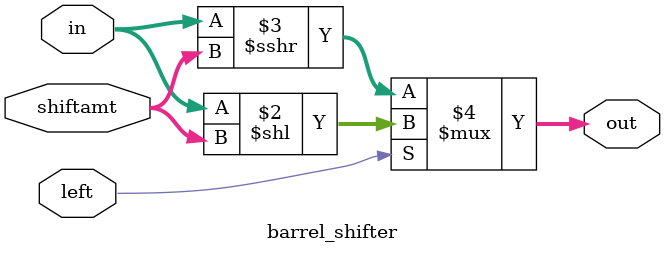
<source format=v>
module barrel_shifter
#( parameter 
	N = 32,
	M = 5
    )
(
	output [N-1:0] out,
	input [N-1:0] in,
	input [M-1:0] shiftamt,
	input left
);
	assign out = left==1?in<<shiftamt:in>>>shiftamt;
endmodule
	
</source>
